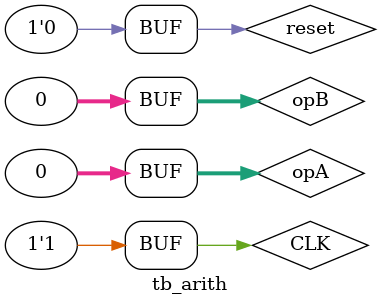
<source format=v>
`timescale 1ns/1ns

module tb_arith();

    reg CLK, reset;
    reg [31:0] opA, opB;
    reg [63:0] result;
    reg [1:0] module_select;
    wire DUT_out;

    //Arithemetic module under test goes here
    




    //Result register. Stores result of arithmetic module. Used to determine correct function
    always@(posedge CLK or negedge reset) begin
        if(reset)
            result <= 64'd0;
        else
            result <= DUT_out;
    end

    always begin
        CLK = 1'b0;
        #100;
        CLK = 1'b1;
        #100;
    end

    initial begin
        reset = 1'b1;
        opA = 32'd0;
        opB = 32'd0;
        #100;
        reset = 1'b0;
        // #100;
        // opA = 32'd0;
        // opB = 32'd0;
    end


endmodule
</source>
